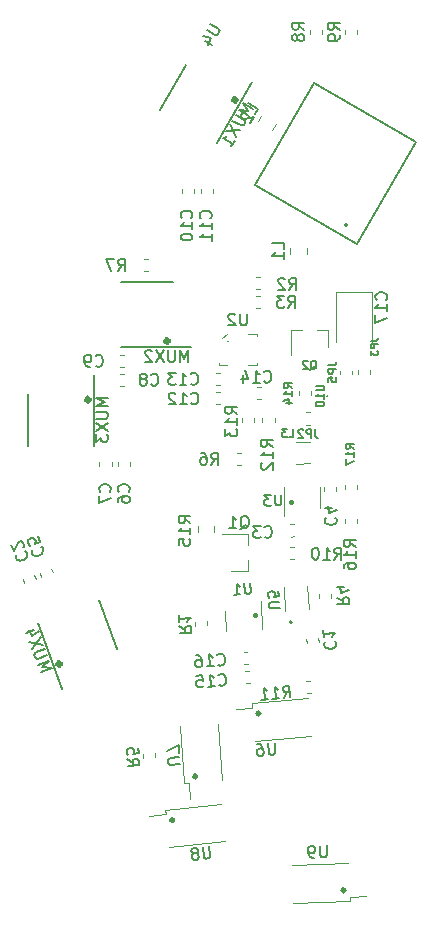
<source format=gbo>
G04 #@! TF.GenerationSoftware,KiCad,Pcbnew,(5.0.0)*
G04 #@! TF.CreationDate,2020-01-29T13:37:31+01:00*
G04 #@! TF.ProjectId,Insole_PCB,496E736F6C655F5043422E6B69636164,rev?*
G04 #@! TF.SameCoordinates,Original*
G04 #@! TF.FileFunction,Legend,Bot*
G04 #@! TF.FilePolarity,Positive*
%FSLAX46Y46*%
G04 Gerber Fmt 4.6, Leading zero omitted, Abs format (unit mm)*
G04 Created by KiCad (PCBNEW (5.0.0)) date 01/29/20 13:37:31*
%MOMM*%
%LPD*%
G01*
G04 APERTURE LIST*
%ADD10C,0.120000*%
%ADD11C,0.400000*%
%ADD12C,0.200000*%
%ADD13C,0.100000*%
%ADD14C,0.150000*%
%ADD15C,0.300000*%
%ADD16C,0.130000*%
G04 APERTURE END LIST*
D10*
G04 #@! TO.C,R17*
X224609453Y-187283486D02*
X224609453Y-186957928D01*
X223589453Y-187283486D02*
X223589453Y-186957928D01*
G04 #@! TO.C,C3*
X219293306Y-190267944D02*
X218967798Y-190273626D01*
X219311108Y-191287788D02*
X218985600Y-191293470D01*
D11*
G04 #@! TO.C,U3*
X218986579Y-188407226D02*
G75*
G03X218986579Y-188407226I0J0D01*
G01*
D10*
X218404325Y-187137194D02*
X218446734Y-189566824D01*
X221504574Y-188843347D02*
X221473857Y-187083615D01*
D12*
G04 #@! TO.C,U2*
X213709453Y-174710707D02*
G75*
G03X213709453Y-174710707I0J0D01*
G01*
D13*
X216109453Y-174110707D02*
X216109453Y-174330707D01*
X215389453Y-174110707D02*
X216109453Y-174110707D01*
X216109453Y-176810707D02*
X215389453Y-176810707D01*
X216109453Y-176590707D02*
X216109453Y-176810707D01*
X212909453Y-176810707D02*
X212909453Y-176590707D01*
X212909453Y-176810707D02*
X213629453Y-176810707D01*
X213209453Y-174510707D02*
X213559453Y-174160707D01*
D10*
G04 #@! TO.C,C1*
X220319340Y-199973900D02*
X220342050Y-200298665D01*
X221336856Y-199902749D02*
X221359566Y-200227514D01*
G04 #@! TO.C,C2*
X196324536Y-194932175D02*
X196435883Y-195238099D01*
X197283023Y-194583315D02*
X197394370Y-194889239D01*
G04 #@! TO.C,C4*
X221808690Y-187094854D02*
X221814372Y-187420362D01*
X222828534Y-187077052D02*
X222834216Y-187402560D01*
G04 #@! TO.C,C5*
X197774536Y-194382175D02*
X197885883Y-194688099D01*
X198733023Y-194033315D02*
X198844370Y-194339239D01*
G04 #@! TO.C,C6*
X205419453Y-185310986D02*
X205419453Y-184985428D01*
X204399453Y-185310986D02*
X204399453Y-184985428D01*
G04 #@! TO.C,C7*
X203819453Y-185323486D02*
X203819453Y-184997928D01*
X202799453Y-185323486D02*
X202799453Y-184997928D01*
G04 #@! TO.C,C8*
X204859732Y-177550707D02*
X204534174Y-177550707D01*
X204859732Y-178570707D02*
X204534174Y-178570707D01*
G04 #@! TO.C,C9*
X204859732Y-175950707D02*
X204534174Y-175950707D01*
X204859732Y-176970707D02*
X204534174Y-176970707D01*
G04 #@! TO.C,C10*
X210794453Y-162185986D02*
X210794453Y-161860428D01*
X209774453Y-162185986D02*
X209774453Y-161860428D01*
G04 #@! TO.C,C11*
X212419453Y-162198486D02*
X212419453Y-161872928D01*
X211399453Y-162198486D02*
X211399453Y-161872928D01*
G04 #@! TO.C,C12*
X212659174Y-180070707D02*
X212984732Y-180070707D01*
X212659174Y-179050707D02*
X212984732Y-179050707D01*
G04 #@! TO.C,C13*
X212659174Y-178470707D02*
X212984732Y-178470707D01*
X212659174Y-177450707D02*
X212984732Y-177450707D01*
G04 #@! TO.C,C14*
X216472232Y-178650707D02*
X216146674Y-178650707D01*
X216472232Y-179670707D02*
X216146674Y-179670707D01*
G04 #@! TO.C,L1*
X220349453Y-167366959D02*
X220349453Y-166844455D01*
X218929453Y-167366959D02*
X218929453Y-166844455D01*
G04 #@! TO.C,L2*
X217443705Y-156851958D02*
X217704957Y-156399456D01*
X216213949Y-156141958D02*
X216475201Y-155689456D01*
D11*
G04 #@! TO.C,MUX1*
X214409425Y-154338464D02*
G75*
G03X214409425Y-154338464I-158114J0D01*
G01*
D14*
X215721824Y-152791461D02*
X212734324Y-157965963D01*
X210149534Y-151392951D02*
X207949534Y-155203463D01*
D11*
G04 #@! TO.C,MUX2*
X208667567Y-174760707D02*
G75*
G03X208667567Y-174760707I-158114J0D01*
G01*
D14*
X210584453Y-175260707D02*
X204609453Y-175260707D01*
X209009453Y-169735707D02*
X204609453Y-169735707D01*
D11*
G04 #@! TO.C,MUX3*
X201967567Y-179710707D02*
G75*
G03X201967567Y-179710707I-158114J0D01*
G01*
D14*
X202309453Y-177635707D02*
X202309453Y-183610707D01*
X196784453Y-179210707D02*
X196784453Y-183610707D01*
D11*
G04 #@! TO.C,MUX4*
X199537708Y-202094831D02*
G75*
G03X199537708Y-202094831I-158114J0D01*
G01*
D14*
X199619440Y-204215703D02*
X197575869Y-198601040D01*
X204272560Y-200846026D02*
X202767671Y-196711378D01*
D10*
G04 #@! TO.C,Q2*
X222189453Y-173800707D02*
X222189453Y-175260707D01*
X219029453Y-173800707D02*
X219029453Y-175960707D01*
X219029453Y-173800707D02*
X219959453Y-173800707D01*
X222189453Y-173800707D02*
X221259453Y-173800707D01*
G04 #@! TO.C,R1*
X211946058Y-198780151D02*
X211929020Y-198455039D01*
X210927456Y-198833533D02*
X210910418Y-198508421D01*
G04 #@! TO.C,R2*
X216384732Y-169350707D02*
X216059174Y-169350707D01*
X216384732Y-170370707D02*
X216059174Y-170370707D01*
G04 #@! TO.C,R3*
X216372232Y-170950707D02*
X216046674Y-170950707D01*
X216372232Y-171970707D02*
X216046674Y-171970707D01*
G04 #@! TO.C,R4*
X221404083Y-196185826D02*
X221415445Y-196511186D01*
X222423461Y-196150228D02*
X222434823Y-196475588D01*
G04 #@! TO.C,R5*
X207529566Y-209987514D02*
X207506856Y-209662749D01*
X206512050Y-210058665D02*
X206489340Y-209733900D01*
G04 #@! TO.C,R6*
X214784732Y-184250707D02*
X214459174Y-184250707D01*
X214784732Y-185270707D02*
X214459174Y-185270707D01*
G04 #@! TO.C,R7*
X206872232Y-167800707D02*
X206546674Y-167800707D01*
X206872232Y-168820707D02*
X206546674Y-168820707D01*
G04 #@! TO.C,R8*
X221619453Y-148710986D02*
X221619453Y-148385428D01*
X220599453Y-148710986D02*
X220599453Y-148385428D01*
G04 #@! TO.C,R9*
X224619453Y-148723486D02*
X224619453Y-148397928D01*
X223599453Y-148723486D02*
X223599453Y-148397928D01*
G04 #@! TO.C,R10*
X219237732Y-192192707D02*
X218912174Y-192192707D01*
X219237732Y-193212707D02*
X218912174Y-193212707D01*
G04 #@! TO.C,R11*
X220407240Y-204582953D02*
X220731559Y-204554579D01*
X220318341Y-203566835D02*
X220642660Y-203538461D01*
G04 #@! TO.C,R12*
X217619453Y-181610986D02*
X217619453Y-181285428D01*
X216599453Y-181610986D02*
X216599453Y-181285428D01*
G04 #@! TO.C,R13*
X214899453Y-181297928D02*
X214899453Y-181623486D01*
X215919453Y-181297928D02*
X215919453Y-181623486D01*
G04 #@! TO.C,R14*
X220719453Y-179335986D02*
X220719453Y-179010428D01*
X219699453Y-179335986D02*
X219699453Y-179010428D01*
D11*
G04 #@! TO.C,U1*
X215937217Y-197911536D02*
G75*
G03X215937217Y-197911536I0J0D01*
G01*
D10*
X216563439Y-199160474D02*
X216436263Y-196733804D01*
X213405535Y-197563557D02*
X213497647Y-199321145D01*
D15*
G04 #@! TO.C,U4*
X223682977Y-164888014D02*
G75*
G03X223682977Y-164888014I0J0D01*
G01*
D14*
X215976665Y-161535738D02*
X224636919Y-166535738D01*
X220976665Y-152875484D02*
X215976665Y-161535738D01*
X229636919Y-157875484D02*
X220976665Y-152875484D01*
X224636919Y-166535738D02*
X229636919Y-157875484D01*
D12*
G04 #@! TO.C,U5*
X218900672Y-198554665D02*
G75*
G03X219100184Y-198540713I99756J6976D01*
G01*
X219100185Y-198540713D02*
G75*
G03X218900671Y-198554665I-99757J-6976D01*
G01*
X219100184Y-198540713D02*
X219100184Y-198540713D01*
X218900671Y-198554665D02*
X218900671Y-198554665D01*
D13*
X220387261Y-195443386D02*
X220526774Y-197438515D01*
X218392132Y-195582899D02*
X218531645Y-197578028D01*
D11*
G04 #@! TO.C,U6*
X216330742Y-206278776D02*
G75*
G03X216330742Y-206278776I-70710J0D01*
G01*
D10*
X215958906Y-208573754D02*
X220740641Y-208155407D01*
X215680008Y-205385931D02*
X220461743Y-204967584D01*
X215714870Y-205784409D02*
X214320198Y-205906427D01*
X215680008Y-205385931D02*
X215714870Y-205784409D01*
D11*
G04 #@! TO.C,U7*
X210964284Y-211601420D02*
G75*
G03X210964284Y-211601420I-70710J0D01*
G01*
D10*
X213182947Y-211942553D02*
X212848116Y-207154245D01*
X209990742Y-212165774D02*
X209655911Y-207377466D01*
X210389767Y-212137871D02*
X210487426Y-213534461D01*
X209990742Y-212165774D02*
X210389767Y-212137871D01*
D11*
G04 #@! TO.C,U8*
X209022628Y-215312872D02*
G75*
G03X209022628Y-215312872I-70710J0D01*
G01*
D10*
X208690891Y-217612756D02*
X213464596Y-217111019D01*
X208356400Y-214430285D02*
X213130105Y-213928549D01*
X208398212Y-214828094D02*
X207005881Y-214974434D01*
X208356400Y-214430285D02*
X208398212Y-214828094D01*
D11*
G04 #@! TO.C,U9*
X223531691Y-221254002D02*
G75*
G03X223531691Y-221254002I-70711J0D01*
G01*
D10*
X223881803Y-218977929D02*
X219084727Y-219145447D01*
X223993481Y-222175980D02*
X219196405Y-222343497D01*
X223979521Y-221776223D02*
X225378669Y-221727364D01*
X223993481Y-222175980D02*
X223979521Y-221776223D01*
G04 #@! TO.C,C15*
X215450678Y-202645527D02*
X215125913Y-202668237D01*
X215521829Y-203663043D02*
X215197064Y-203685753D01*
G04 #@! TO.C,C16*
X215331259Y-201075593D02*
X215006494Y-201098303D01*
X215402410Y-202093109D02*
X215077645Y-202115819D01*
G04 #@! TO.C,C17*
X222849453Y-170590707D02*
X222849453Y-174800707D01*
X225869453Y-170590707D02*
X222849453Y-170590707D01*
X225869453Y-174800707D02*
X225869453Y-170590707D01*
G04 #@! TO.C,Q1*
X215369453Y-194200707D02*
X215369453Y-193270707D01*
X215369453Y-191040707D02*
X215369453Y-191970707D01*
X215369453Y-191040707D02*
X213209453Y-191040707D01*
X215369453Y-194200707D02*
X213909453Y-194200707D01*
G04 #@! TO.C,R15*
X211109453Y-190424629D02*
X211109453Y-190941785D01*
X212529453Y-190424629D02*
X212529453Y-190941785D01*
G04 #@! TO.C,L3*
X219417599Y-183301353D02*
X220621544Y-183280338D01*
X219449362Y-185121076D02*
X220653307Y-185100061D01*
G04 #@! TO.C,JP2*
X220276674Y-180790707D02*
X220602232Y-180790707D01*
X220276674Y-181810707D02*
X220602232Y-181810707D01*
G04 #@! TO.C,JP5*
X224199453Y-177573486D02*
X224199453Y-177247928D01*
X223179453Y-177573486D02*
X223179453Y-177247928D01*
G04 #@! TO.C,R16*
X224599453Y-189817928D02*
X224599453Y-190143486D01*
X223579453Y-189817928D02*
X223579453Y-190143486D01*
D12*
G04 #@! TO.C,U10*
X222075453Y-179388707D02*
G75*
G03X222075453Y-179388707I-25000J0D01*
G01*
D10*
G04 #@! TO.C,JP3*
X224669453Y-177553486D02*
X224669453Y-177227928D01*
X225689453Y-177553486D02*
X225689453Y-177227928D01*
G04 #@! TO.C,R17*
D14*
X224336119Y-183860707D02*
X224002786Y-183627373D01*
X224336119Y-183460707D02*
X223636119Y-183460707D01*
X223636119Y-183727373D01*
X223669453Y-183794040D01*
X223702786Y-183827373D01*
X223769453Y-183860707D01*
X223869453Y-183860707D01*
X223936119Y-183827373D01*
X223969453Y-183794040D01*
X224002786Y-183727373D01*
X224002786Y-183460707D01*
X224336119Y-184527373D02*
X224336119Y-184127373D01*
X224336119Y-184327373D02*
X223636119Y-184327373D01*
X223736119Y-184260707D01*
X223802786Y-184194040D01*
X223836119Y-184127373D01*
X223636119Y-184760707D02*
X223636119Y-185227373D01*
X224336119Y-184927373D01*
G04 #@! TO.C,C3*
X216784788Y-191306781D02*
X216833231Y-191353562D01*
X216976897Y-191398681D01*
X217072121Y-191397018D01*
X217214125Y-191346913D01*
X217307686Y-191250028D01*
X217353636Y-191153973D01*
X217397924Y-190962695D01*
X217395430Y-190819859D01*
X217344494Y-190630243D01*
X217295220Y-190535851D01*
X217198335Y-190442289D01*
X217054668Y-190397171D01*
X216959445Y-190398833D01*
X216817440Y-190448938D01*
X216770660Y-190497381D01*
X216435715Y-190407975D02*
X215816762Y-190418778D01*
X216156693Y-190793855D01*
X216013857Y-190796349D01*
X215919465Y-190845622D01*
X215872684Y-190894065D01*
X215826734Y-190990120D01*
X215830890Y-191228179D01*
X215880164Y-191322572D01*
X215928607Y-191369352D01*
X216024661Y-191415302D01*
X216310332Y-191410315D01*
X216404724Y-191361042D01*
X216451505Y-191312599D01*
G04 #@! TO.C,U3*
X218172461Y-187759957D02*
X218185176Y-188488418D01*
X218143821Y-188574867D01*
X218101719Y-188618465D01*
X218016766Y-188662812D01*
X217845363Y-188665804D01*
X217758914Y-188624449D01*
X217715315Y-188582346D01*
X217670969Y-188497393D01*
X217658253Y-187768933D01*
X217315448Y-187774916D02*
X216758390Y-187784640D01*
X217064328Y-188122209D01*
X216935777Y-188124453D01*
X216850823Y-188168799D01*
X216808721Y-188212398D01*
X216767366Y-188298847D01*
X216771106Y-188513100D01*
X216815452Y-188598053D01*
X216859051Y-188640156D01*
X216945500Y-188681511D01*
X217202604Y-188677023D01*
X217287557Y-188632677D01*
X217329660Y-188589078D01*
G04 #@! TO.C,U2*
X215271357Y-172413087D02*
X215271357Y-173222611D01*
X215223738Y-173317849D01*
X215176119Y-173365468D01*
X215080881Y-173413087D01*
X214890405Y-173413087D01*
X214795167Y-173365468D01*
X214747548Y-173317849D01*
X214699929Y-173222611D01*
X214699929Y-172413087D01*
X214271357Y-172508326D02*
X214223738Y-172460707D01*
X214128500Y-172413087D01*
X213890405Y-172413087D01*
X213795167Y-172460707D01*
X213747548Y-172508326D01*
X213699929Y-172603564D01*
X213699929Y-172698802D01*
X213747548Y-172841659D01*
X214318976Y-173413087D01*
X213699929Y-173413087D01*
G04 #@! TO.C,C1*
X221921323Y-200192128D02*
X221877141Y-200242953D01*
X221839604Y-200388784D01*
X221846247Y-200483790D01*
X221903715Y-200622977D01*
X222005365Y-200711340D01*
X222103693Y-200752200D01*
X222297027Y-200786416D01*
X222439536Y-200776450D01*
X222626226Y-200715660D01*
X222717911Y-200661514D01*
X222806273Y-200559864D01*
X222843811Y-200414034D01*
X222837168Y-200319027D01*
X222779699Y-200179840D01*
X222728875Y-200135659D01*
X221759882Y-199248711D02*
X221799743Y-199818747D01*
X221779812Y-199533729D02*
X222777376Y-199463973D01*
X222641511Y-199568944D01*
X222553148Y-199670593D01*
X222512288Y-199768921D01*
G04 #@! TO.C,C2*
X195730851Y-192839472D02*
X195702391Y-192900506D01*
X195706504Y-193051034D01*
X195739077Y-193140529D01*
X195832684Y-193258484D01*
X195954752Y-193315405D01*
X196060533Y-193327579D01*
X196255809Y-193307180D01*
X196390051Y-193258320D01*
X196552753Y-193148426D01*
X196625961Y-193071105D01*
X196682882Y-192949037D01*
X196678769Y-192798509D01*
X196646196Y-192709014D01*
X196552589Y-192591059D01*
X196491555Y-192562599D01*
X196361262Y-192204620D02*
X196389722Y-192143586D01*
X196401896Y-192037805D01*
X196320463Y-191814069D01*
X196243142Y-191740861D01*
X196182108Y-191712400D01*
X196076327Y-191700227D01*
X195986832Y-191732800D01*
X195868877Y-191826407D01*
X195527350Y-192558814D01*
X195315623Y-191977100D01*
G04 #@! TO.C,C4*
X221967273Y-189707581D02*
X221920492Y-189756024D01*
X221875373Y-189899690D01*
X221877036Y-189994914D01*
X221927141Y-190136918D01*
X222024026Y-190230479D01*
X222120081Y-190276429D01*
X222311359Y-190320717D01*
X222454195Y-190318223D01*
X222643811Y-190267287D01*
X222738203Y-190218013D01*
X222831765Y-190121128D01*
X222876883Y-189977461D01*
X222875221Y-189882238D01*
X222825116Y-189740233D01*
X222776673Y-189693453D01*
X222523655Y-188840596D02*
X221857090Y-188852231D01*
X222908705Y-189072006D02*
X222198683Y-189322531D01*
X222187879Y-188703578D01*
G04 #@! TO.C,C5*
X197080851Y-192439472D02*
X197052391Y-192500506D01*
X197056504Y-192651034D01*
X197089077Y-192740529D01*
X197182684Y-192858484D01*
X197304752Y-192915405D01*
X197410533Y-192927579D01*
X197605809Y-192907180D01*
X197740051Y-192858320D01*
X197902753Y-192748426D01*
X197975961Y-192671105D01*
X198032882Y-192549037D01*
X198028769Y-192398509D01*
X197996196Y-192309014D01*
X197902589Y-192191059D01*
X197841555Y-192162599D01*
X197621603Y-191279827D02*
X197784469Y-191727300D01*
X197353283Y-191934914D01*
X197381744Y-191873880D01*
X197393918Y-191768099D01*
X197312485Y-191544362D01*
X197235164Y-191471154D01*
X197174130Y-191442694D01*
X197068349Y-191430520D01*
X196844612Y-191511953D01*
X196771405Y-191589274D01*
X196742944Y-191650308D01*
X196730770Y-191756089D01*
X196812203Y-191979825D01*
X196889524Y-192053033D01*
X196950558Y-192081494D01*
G04 #@! TO.C,C6*
X205266595Y-187494040D02*
X205314214Y-187446421D01*
X205361833Y-187303564D01*
X205361833Y-187208326D01*
X205314214Y-187065468D01*
X205218976Y-186970230D01*
X205123738Y-186922611D01*
X204933262Y-186874992D01*
X204790405Y-186874992D01*
X204599929Y-186922611D01*
X204504691Y-186970230D01*
X204409453Y-187065468D01*
X204361833Y-187208326D01*
X204361833Y-187303564D01*
X204409453Y-187446421D01*
X204457072Y-187494040D01*
X204361833Y-188351183D02*
X204361833Y-188160707D01*
X204409453Y-188065468D01*
X204457072Y-188017849D01*
X204599929Y-187922611D01*
X204790405Y-187874992D01*
X205171357Y-187874992D01*
X205266595Y-187922611D01*
X205314214Y-187970230D01*
X205361833Y-188065468D01*
X205361833Y-188255945D01*
X205314214Y-188351183D01*
X205266595Y-188398802D01*
X205171357Y-188446421D01*
X204933262Y-188446421D01*
X204838024Y-188398802D01*
X204790405Y-188351183D01*
X204742786Y-188255945D01*
X204742786Y-188065468D01*
X204790405Y-187970230D01*
X204838024Y-187922611D01*
X204933262Y-187874992D01*
G04 #@! TO.C,C7*
X203666595Y-187494040D02*
X203714214Y-187446421D01*
X203761833Y-187303564D01*
X203761833Y-187208326D01*
X203714214Y-187065468D01*
X203618976Y-186970230D01*
X203523738Y-186922611D01*
X203333262Y-186874992D01*
X203190405Y-186874992D01*
X202999929Y-186922611D01*
X202904691Y-186970230D01*
X202809453Y-187065468D01*
X202761833Y-187208326D01*
X202761833Y-187303564D01*
X202809453Y-187446421D01*
X202857072Y-187494040D01*
X202761833Y-187827373D02*
X202761833Y-188494040D01*
X203761833Y-188065468D01*
G04 #@! TO.C,C8*
X207176119Y-178417849D02*
X207223738Y-178465468D01*
X207366595Y-178513087D01*
X207461833Y-178513087D01*
X207604691Y-178465468D01*
X207699929Y-178370230D01*
X207747548Y-178274992D01*
X207795167Y-178084516D01*
X207795167Y-177941659D01*
X207747548Y-177751183D01*
X207699929Y-177655945D01*
X207604691Y-177560707D01*
X207461833Y-177513087D01*
X207366595Y-177513087D01*
X207223738Y-177560707D01*
X207176119Y-177608326D01*
X206604691Y-177941659D02*
X206699929Y-177894040D01*
X206747548Y-177846421D01*
X206795167Y-177751183D01*
X206795167Y-177703564D01*
X206747548Y-177608326D01*
X206699929Y-177560707D01*
X206604691Y-177513087D01*
X206414214Y-177513087D01*
X206318976Y-177560707D01*
X206271357Y-177608326D01*
X206223738Y-177703564D01*
X206223738Y-177751183D01*
X206271357Y-177846421D01*
X206318976Y-177894040D01*
X206414214Y-177941659D01*
X206604691Y-177941659D01*
X206699929Y-177989278D01*
X206747548Y-178036897D01*
X206795167Y-178132135D01*
X206795167Y-178322611D01*
X206747548Y-178417849D01*
X206699929Y-178465468D01*
X206604691Y-178513087D01*
X206414214Y-178513087D01*
X206318976Y-178465468D01*
X206271357Y-178417849D01*
X206223738Y-178322611D01*
X206223738Y-178132135D01*
X206271357Y-178036897D01*
X206318976Y-177989278D01*
X206414214Y-177941659D01*
G04 #@! TO.C,C9*
X202476119Y-176817849D02*
X202523738Y-176865468D01*
X202666595Y-176913087D01*
X202761833Y-176913087D01*
X202904691Y-176865468D01*
X202999929Y-176770230D01*
X203047548Y-176674992D01*
X203095167Y-176484516D01*
X203095167Y-176341659D01*
X203047548Y-176151183D01*
X202999929Y-176055945D01*
X202904691Y-175960707D01*
X202761833Y-175913087D01*
X202666595Y-175913087D01*
X202523738Y-175960707D01*
X202476119Y-176008326D01*
X201999929Y-176913087D02*
X201809453Y-176913087D01*
X201714214Y-176865468D01*
X201666595Y-176817849D01*
X201571357Y-176674992D01*
X201523738Y-176484516D01*
X201523738Y-176103564D01*
X201571357Y-176008326D01*
X201618976Y-175960707D01*
X201714214Y-175913087D01*
X201904691Y-175913087D01*
X201999929Y-175960707D01*
X202047548Y-176008326D01*
X202095167Y-176103564D01*
X202095167Y-176341659D01*
X202047548Y-176436897D01*
X201999929Y-176484516D01*
X201904691Y-176532135D01*
X201714214Y-176532135D01*
X201618976Y-176484516D01*
X201571357Y-176436897D01*
X201523738Y-176341659D01*
G04 #@! TO.C,C10*
X210566595Y-164317849D02*
X210614214Y-164270230D01*
X210661833Y-164127373D01*
X210661833Y-164032135D01*
X210614214Y-163889278D01*
X210518976Y-163794040D01*
X210423738Y-163746421D01*
X210233262Y-163698802D01*
X210090405Y-163698802D01*
X209899929Y-163746421D01*
X209804691Y-163794040D01*
X209709453Y-163889278D01*
X209661833Y-164032135D01*
X209661833Y-164127373D01*
X209709453Y-164270230D01*
X209757072Y-164317849D01*
X210661833Y-165270230D02*
X210661833Y-164698802D01*
X210661833Y-164984516D02*
X209661833Y-164984516D01*
X209804691Y-164889278D01*
X209899929Y-164794040D01*
X209947548Y-164698802D01*
X209661833Y-165889278D02*
X209661833Y-165984516D01*
X209709453Y-166079754D01*
X209757072Y-166127373D01*
X209852310Y-166174992D01*
X210042786Y-166222611D01*
X210280881Y-166222611D01*
X210471357Y-166174992D01*
X210566595Y-166127373D01*
X210614214Y-166079754D01*
X210661833Y-165984516D01*
X210661833Y-165889278D01*
X210614214Y-165794040D01*
X210566595Y-165746421D01*
X210471357Y-165698802D01*
X210280881Y-165651183D01*
X210042786Y-165651183D01*
X209852310Y-165698802D01*
X209757072Y-165746421D01*
X209709453Y-165794040D01*
X209661833Y-165889278D01*
G04 #@! TO.C,C11*
X212191595Y-164342849D02*
X212239214Y-164295230D01*
X212286833Y-164152373D01*
X212286833Y-164057135D01*
X212239214Y-163914278D01*
X212143976Y-163819040D01*
X212048738Y-163771421D01*
X211858262Y-163723802D01*
X211715405Y-163723802D01*
X211524929Y-163771421D01*
X211429691Y-163819040D01*
X211334453Y-163914278D01*
X211286833Y-164057135D01*
X211286833Y-164152373D01*
X211334453Y-164295230D01*
X211382072Y-164342849D01*
X212286833Y-165295230D02*
X212286833Y-164723802D01*
X212286833Y-165009516D02*
X211286833Y-165009516D01*
X211429691Y-164914278D01*
X211524929Y-164819040D01*
X211572548Y-164723802D01*
X212286833Y-166247611D02*
X212286833Y-165676183D01*
X212286833Y-165961897D02*
X211286833Y-165961897D01*
X211429691Y-165866659D01*
X211524929Y-165771421D01*
X211572548Y-165676183D01*
G04 #@! TO.C,C12*
X210552310Y-180017849D02*
X210599929Y-180065468D01*
X210742786Y-180113087D01*
X210838024Y-180113087D01*
X210980881Y-180065468D01*
X211076119Y-179970230D01*
X211123738Y-179874992D01*
X211171357Y-179684516D01*
X211171357Y-179541659D01*
X211123738Y-179351183D01*
X211076119Y-179255945D01*
X210980881Y-179160707D01*
X210838024Y-179113087D01*
X210742786Y-179113087D01*
X210599929Y-179160707D01*
X210552310Y-179208326D01*
X209599929Y-180113087D02*
X210171357Y-180113087D01*
X209885643Y-180113087D02*
X209885643Y-179113087D01*
X209980881Y-179255945D01*
X210076119Y-179351183D01*
X210171357Y-179398802D01*
X209218976Y-179208326D02*
X209171357Y-179160707D01*
X209076119Y-179113087D01*
X208838024Y-179113087D01*
X208742786Y-179160707D01*
X208695167Y-179208326D01*
X208647548Y-179303564D01*
X208647548Y-179398802D01*
X208695167Y-179541659D01*
X209266595Y-180113087D01*
X208647548Y-180113087D01*
G04 #@! TO.C,C13*
X210542310Y-178347849D02*
X210589929Y-178395468D01*
X210732786Y-178443087D01*
X210828024Y-178443087D01*
X210970881Y-178395468D01*
X211066119Y-178300230D01*
X211113738Y-178204992D01*
X211161357Y-178014516D01*
X211161357Y-177871659D01*
X211113738Y-177681183D01*
X211066119Y-177585945D01*
X210970881Y-177490707D01*
X210828024Y-177443087D01*
X210732786Y-177443087D01*
X210589929Y-177490707D01*
X210542310Y-177538326D01*
X209589929Y-178443087D02*
X210161357Y-178443087D01*
X209875643Y-178443087D02*
X209875643Y-177443087D01*
X209970881Y-177585945D01*
X210066119Y-177681183D01*
X210161357Y-177728802D01*
X209256595Y-177443087D02*
X208637548Y-177443087D01*
X208970881Y-177824040D01*
X208828024Y-177824040D01*
X208732786Y-177871659D01*
X208685167Y-177919278D01*
X208637548Y-178014516D01*
X208637548Y-178252611D01*
X208685167Y-178347849D01*
X208732786Y-178395468D01*
X208828024Y-178443087D01*
X209113738Y-178443087D01*
X209208976Y-178395468D01*
X209256595Y-178347849D01*
G04 #@! TO.C,C14*
X216732310Y-178167849D02*
X216779929Y-178215468D01*
X216922786Y-178263087D01*
X217018024Y-178263087D01*
X217160881Y-178215468D01*
X217256119Y-178120230D01*
X217303738Y-178024992D01*
X217351357Y-177834516D01*
X217351357Y-177691659D01*
X217303738Y-177501183D01*
X217256119Y-177405945D01*
X217160881Y-177310707D01*
X217018024Y-177263087D01*
X216922786Y-177263087D01*
X216779929Y-177310707D01*
X216732310Y-177358326D01*
X215779929Y-178263087D02*
X216351357Y-178263087D01*
X216065643Y-178263087D02*
X216065643Y-177263087D01*
X216160881Y-177405945D01*
X216256119Y-177501183D01*
X216351357Y-177548802D01*
X214922786Y-177596421D02*
X214922786Y-178263087D01*
X215160881Y-177215468D02*
X215398976Y-177929754D01*
X214779929Y-177929754D01*
G04 #@! TO.C,L1*
X218441833Y-166939040D02*
X218441833Y-166462849D01*
X217441833Y-166462849D01*
X218441833Y-167796183D02*
X218441833Y-167224754D01*
X218441833Y-167510468D02*
X217441833Y-167510468D01*
X217584691Y-167415230D01*
X217679929Y-167319992D01*
X217727548Y-167224754D01*
G04 #@! TO.C,L2*
X216005617Y-155527559D02*
X216243712Y-155115166D01*
X215377687Y-154615166D01*
X215079213Y-155322614D02*
X215014164Y-155340044D01*
X214925306Y-155398713D01*
X214806258Y-155604910D01*
X214799879Y-155711198D01*
X214817309Y-155776247D01*
X214875978Y-155865105D01*
X214958456Y-155912724D01*
X215105984Y-155942913D01*
X215886570Y-155733756D01*
X215577046Y-156269867D01*
G04 #@! TO.C,MUX1*
X215780378Y-155094803D02*
X214914352Y-154594803D01*
X215366275Y-155240621D01*
X214581019Y-155172154D01*
X215447044Y-155672154D01*
X214342924Y-155584547D02*
X215043992Y-155989309D01*
X215102661Y-156078167D01*
X215120091Y-156143216D01*
X215113711Y-156249504D01*
X215018473Y-156414461D01*
X214929615Y-156473130D01*
X214864566Y-156490560D01*
X214758278Y-156484180D01*
X214057210Y-156079418D01*
X213866733Y-156409333D02*
X214399425Y-157486683D01*
X213533400Y-156986683D02*
X214732759Y-156909333D01*
X213947044Y-158270230D02*
X214232759Y-157775358D01*
X214089902Y-158022794D02*
X213223876Y-157522794D01*
X213395213Y-157511744D01*
X213525311Y-157476884D01*
X213614169Y-157418215D01*
G04 #@! TO.C,MUX2*
X210318976Y-176513087D02*
X210318976Y-175513087D01*
X209985643Y-176227373D01*
X209652310Y-175513087D01*
X209652310Y-176513087D01*
X209176119Y-175513087D02*
X209176119Y-176322611D01*
X209128500Y-176417849D01*
X209080881Y-176465468D01*
X208985643Y-176513087D01*
X208795167Y-176513087D01*
X208699929Y-176465468D01*
X208652310Y-176417849D01*
X208604691Y-176322611D01*
X208604691Y-175513087D01*
X208223738Y-175513087D02*
X207557072Y-176513087D01*
X207557072Y-175513087D02*
X208223738Y-176513087D01*
X207223738Y-175608326D02*
X207176119Y-175560707D01*
X207080881Y-175513087D01*
X206842786Y-175513087D01*
X206747548Y-175560707D01*
X206699929Y-175608326D01*
X206652310Y-175703564D01*
X206652310Y-175798802D01*
X206699929Y-175941659D01*
X207271357Y-176513087D01*
X206652310Y-176513087D01*
G04 #@! TO.C,MUX3*
X203511833Y-179601183D02*
X202511833Y-179601183D01*
X203226119Y-179934516D01*
X202511833Y-180267849D01*
X203511833Y-180267849D01*
X202511833Y-180744040D02*
X203321357Y-180744040D01*
X203416595Y-180791659D01*
X203464214Y-180839278D01*
X203511833Y-180934516D01*
X203511833Y-181124992D01*
X203464214Y-181220230D01*
X203416595Y-181267849D01*
X203321357Y-181315468D01*
X202511833Y-181315468D01*
X202511833Y-181696421D02*
X203511833Y-182363087D01*
X202511833Y-182363087D02*
X203511833Y-181696421D01*
X202511833Y-182648802D02*
X202511833Y-183267849D01*
X202892786Y-182934516D01*
X202892786Y-183077373D01*
X202940405Y-183172611D01*
X202988024Y-183220230D01*
X203083262Y-183267849D01*
X203321357Y-183267849D01*
X203416595Y-183220230D01*
X203464214Y-183172611D01*
X203511833Y-183077373D01*
X203511833Y-182791659D01*
X203464214Y-182696421D01*
X203416595Y-182648802D01*
G04 #@! TO.C,MUX4*
X197817338Y-202779998D02*
X198757031Y-202437978D01*
X197971815Y-202369047D01*
X198529017Y-201811516D01*
X197589325Y-202153536D01*
X198366151Y-201364044D02*
X197605447Y-201640917D01*
X197499666Y-201628743D01*
X197438632Y-201600282D01*
X197361311Y-201527075D01*
X197296164Y-201348086D01*
X197308338Y-201242304D01*
X197336799Y-201181270D01*
X197410007Y-201103950D01*
X198170710Y-200827076D01*
X198040417Y-200469098D02*
X196872711Y-200184657D01*
X197812404Y-199842636D02*
X197100724Y-200811118D01*
X197222299Y-199195940D02*
X196595838Y-199423953D01*
X197661711Y-199289383D02*
X197071935Y-199757419D01*
X196860208Y-199175704D01*
G04 #@! TO.C,Q2*
X220656119Y-177164040D02*
X220722786Y-177130707D01*
X220789453Y-177064040D01*
X220889453Y-176964040D01*
X220956119Y-176930707D01*
X221022786Y-176930707D01*
X220989453Y-177097373D02*
X221056119Y-177064040D01*
X221122786Y-176997373D01*
X221156119Y-176864040D01*
X221156119Y-176630707D01*
X221122786Y-176497373D01*
X221056119Y-176430707D01*
X220989453Y-176397373D01*
X220856119Y-176397373D01*
X220789453Y-176430707D01*
X220722786Y-176497373D01*
X220689453Y-176630707D01*
X220689453Y-176864040D01*
X220722786Y-176997373D01*
X220789453Y-177064040D01*
X220856119Y-177097373D01*
X220989453Y-177097373D01*
X220422786Y-176464040D02*
X220389453Y-176430707D01*
X220322786Y-176397373D01*
X220156119Y-176397373D01*
X220089453Y-176430707D01*
X220056119Y-176464040D01*
X220022786Y-176530707D01*
X220022786Y-176597373D01*
X220056119Y-176697373D01*
X220456119Y-177097373D01*
X220022786Y-177097373D01*
G04 #@! TO.C,R1*
X209557159Y-198909240D02*
X210050142Y-199217194D01*
X209587065Y-199479885D02*
X210585695Y-199427549D01*
X210565757Y-199047119D01*
X210513219Y-198954503D01*
X210463173Y-198909442D01*
X210365574Y-198866872D01*
X210222912Y-198874349D01*
X210130297Y-198926887D01*
X210085235Y-198976933D01*
X210042666Y-199074533D01*
X210062603Y-199454963D01*
X209507315Y-197958164D02*
X209537222Y-198528809D01*
X209522269Y-198243487D02*
X210520898Y-198191151D01*
X210383221Y-198293735D01*
X210293098Y-198393827D01*
X210250528Y-198491426D01*
G04 #@! TO.C,R2*
X218876119Y-170413087D02*
X219209453Y-169936897D01*
X219447548Y-170413087D02*
X219447548Y-169413087D01*
X219066595Y-169413087D01*
X218971357Y-169460707D01*
X218923738Y-169508326D01*
X218876119Y-169603564D01*
X218876119Y-169746421D01*
X218923738Y-169841659D01*
X218971357Y-169889278D01*
X219066595Y-169936897D01*
X219447548Y-169936897D01*
X218495167Y-169508326D02*
X218447548Y-169460707D01*
X218352310Y-169413087D01*
X218114214Y-169413087D01*
X218018976Y-169460707D01*
X217971357Y-169508326D01*
X217923738Y-169603564D01*
X217923738Y-169698802D01*
X217971357Y-169841659D01*
X218542786Y-170413087D01*
X217923738Y-170413087D01*
G04 #@! TO.C,R3*
X218776119Y-171913087D02*
X219109453Y-171436897D01*
X219347548Y-171913087D02*
X219347548Y-170913087D01*
X218966595Y-170913087D01*
X218871357Y-170960707D01*
X218823738Y-171008326D01*
X218776119Y-171103564D01*
X218776119Y-171246421D01*
X218823738Y-171341659D01*
X218871357Y-171389278D01*
X218966595Y-171436897D01*
X219347548Y-171436897D01*
X218442786Y-170913087D02*
X217823738Y-170913087D01*
X218157072Y-171294040D01*
X218014214Y-171294040D01*
X217918976Y-171341659D01*
X217871357Y-171389278D01*
X217823738Y-171484516D01*
X217823738Y-171722611D01*
X217871357Y-171817849D01*
X217918976Y-171865468D01*
X218014214Y-171913087D01*
X218299929Y-171913087D01*
X218395167Y-171865468D01*
X218442786Y-171817849D01*
G04 #@! TO.C,R4*
X222902293Y-196463154D02*
X223389826Y-196779665D01*
X222922235Y-197034234D02*
X223921626Y-196999334D01*
X223908331Y-196618614D01*
X223857417Y-196525096D01*
X223808165Y-196479168D01*
X223711323Y-196434902D01*
X223568553Y-196439887D01*
X223475035Y-196490801D01*
X223429107Y-196540053D01*
X223384841Y-196636895D01*
X223398136Y-197017615D01*
X223538639Y-195583266D02*
X222872379Y-195606533D01*
X223927669Y-195807922D02*
X223222128Y-196070800D01*
X223200523Y-195452130D01*
G04 #@! TO.C,R5*
X205143283Y-210158276D02*
X205641565Y-210457580D01*
X205183143Y-210728312D02*
X206180707Y-210658556D01*
X206154134Y-210278531D01*
X206099987Y-210186847D01*
X206049162Y-210142666D01*
X205950834Y-210101806D01*
X205808325Y-210111771D01*
X205716641Y-210165918D01*
X205672460Y-210216743D01*
X205631600Y-210315071D01*
X205658174Y-210695095D01*
X206077734Y-209185961D02*
X206110951Y-209660992D01*
X205639242Y-209741712D01*
X205683424Y-209690887D01*
X205724283Y-209592560D01*
X205707674Y-209355044D01*
X205653528Y-209263360D01*
X205602703Y-209219179D01*
X205504375Y-209178319D01*
X205266860Y-209194928D01*
X205175176Y-209249074D01*
X205130994Y-209299899D01*
X205090135Y-209398227D01*
X205106743Y-209635742D01*
X205160890Y-209727426D01*
X205211715Y-209771608D01*
G04 #@! TO.C,R6*
X212276119Y-185213087D02*
X212609453Y-184736897D01*
X212847548Y-185213087D02*
X212847548Y-184213087D01*
X212466595Y-184213087D01*
X212371357Y-184260707D01*
X212323738Y-184308326D01*
X212276119Y-184403564D01*
X212276119Y-184546421D01*
X212323738Y-184641659D01*
X212371357Y-184689278D01*
X212466595Y-184736897D01*
X212847548Y-184736897D01*
X211418976Y-184213087D02*
X211609453Y-184213087D01*
X211704691Y-184260707D01*
X211752310Y-184308326D01*
X211847548Y-184451183D01*
X211895167Y-184641659D01*
X211895167Y-185022611D01*
X211847548Y-185117849D01*
X211799929Y-185165468D01*
X211704691Y-185213087D01*
X211514214Y-185213087D01*
X211418976Y-185165468D01*
X211371357Y-185117849D01*
X211323738Y-185022611D01*
X211323738Y-184784516D01*
X211371357Y-184689278D01*
X211418976Y-184641659D01*
X211514214Y-184594040D01*
X211704691Y-184594040D01*
X211799929Y-184641659D01*
X211847548Y-184689278D01*
X211895167Y-184784516D01*
G04 #@! TO.C,R7*
X204376119Y-168813087D02*
X204709453Y-168336897D01*
X204947548Y-168813087D02*
X204947548Y-167813087D01*
X204566595Y-167813087D01*
X204471357Y-167860707D01*
X204423738Y-167908326D01*
X204376119Y-168003564D01*
X204376119Y-168146421D01*
X204423738Y-168241659D01*
X204471357Y-168289278D01*
X204566595Y-168336897D01*
X204947548Y-168336897D01*
X204042786Y-167813087D02*
X203376119Y-167813087D01*
X203804691Y-168813087D01*
G04 #@! TO.C,R8*
X220131833Y-148381540D02*
X219655643Y-148048207D01*
X220131833Y-147810111D02*
X219131833Y-147810111D01*
X219131833Y-148191064D01*
X219179453Y-148286302D01*
X219227072Y-148333921D01*
X219322310Y-148381540D01*
X219465167Y-148381540D01*
X219560405Y-148333921D01*
X219608024Y-148286302D01*
X219655643Y-148191064D01*
X219655643Y-147810111D01*
X219560405Y-148952968D02*
X219512786Y-148857730D01*
X219465167Y-148810111D01*
X219369929Y-148762492D01*
X219322310Y-148762492D01*
X219227072Y-148810111D01*
X219179453Y-148857730D01*
X219131833Y-148952968D01*
X219131833Y-149143445D01*
X219179453Y-149238683D01*
X219227072Y-149286302D01*
X219322310Y-149333921D01*
X219369929Y-149333921D01*
X219465167Y-149286302D01*
X219512786Y-149238683D01*
X219560405Y-149143445D01*
X219560405Y-148952968D01*
X219608024Y-148857730D01*
X219655643Y-148810111D01*
X219750881Y-148762492D01*
X219941357Y-148762492D01*
X220036595Y-148810111D01*
X220084214Y-148857730D01*
X220131833Y-148952968D01*
X220131833Y-149143445D01*
X220084214Y-149238683D01*
X220036595Y-149286302D01*
X219941357Y-149333921D01*
X219750881Y-149333921D01*
X219655643Y-149286302D01*
X219608024Y-149238683D01*
X219560405Y-149143445D01*
G04 #@! TO.C,R9*
X223131833Y-148394040D02*
X222655643Y-148060707D01*
X223131833Y-147822611D02*
X222131833Y-147822611D01*
X222131833Y-148203564D01*
X222179453Y-148298802D01*
X222227072Y-148346421D01*
X222322310Y-148394040D01*
X222465167Y-148394040D01*
X222560405Y-148346421D01*
X222608024Y-148298802D01*
X222655643Y-148203564D01*
X222655643Y-147822611D01*
X223131833Y-148870230D02*
X223131833Y-149060707D01*
X223084214Y-149155945D01*
X223036595Y-149203564D01*
X222893738Y-149298802D01*
X222703262Y-149346421D01*
X222322310Y-149346421D01*
X222227072Y-149298802D01*
X222179453Y-149251183D01*
X222131833Y-149155945D01*
X222131833Y-148965468D01*
X222179453Y-148870230D01*
X222227072Y-148822611D01*
X222322310Y-148774992D01*
X222560405Y-148774992D01*
X222655643Y-148822611D01*
X222703262Y-148870230D01*
X222750881Y-148965468D01*
X222750881Y-149155945D01*
X222703262Y-149251183D01*
X222655643Y-149298802D01*
X222560405Y-149346421D01*
G04 #@! TO.C,R10*
X222692310Y-193243087D02*
X223025643Y-192766897D01*
X223263738Y-193243087D02*
X223263738Y-192243087D01*
X222882786Y-192243087D01*
X222787548Y-192290707D01*
X222739929Y-192338326D01*
X222692310Y-192433564D01*
X222692310Y-192576421D01*
X222739929Y-192671659D01*
X222787548Y-192719278D01*
X222882786Y-192766897D01*
X223263738Y-192766897D01*
X221739929Y-193243087D02*
X222311357Y-193243087D01*
X222025643Y-193243087D02*
X222025643Y-192243087D01*
X222120881Y-192385945D01*
X222216119Y-192481183D01*
X222311357Y-192528802D01*
X221120881Y-192243087D02*
X221025643Y-192243087D01*
X220930405Y-192290707D01*
X220882786Y-192338326D01*
X220835167Y-192433564D01*
X220787548Y-192624040D01*
X220787548Y-192862135D01*
X220835167Y-193052611D01*
X220882786Y-193147849D01*
X220930405Y-193195468D01*
X221025643Y-193243087D01*
X221120881Y-193243087D01*
X221216119Y-193195468D01*
X221263738Y-193147849D01*
X221311357Y-193052611D01*
X221358976Y-192862135D01*
X221358976Y-192624040D01*
X221311357Y-192433564D01*
X221263738Y-192338326D01*
X221216119Y-192290707D01*
X221120881Y-192243087D01*
G04 #@! TO.C,R11*
X218389291Y-204955337D02*
X218679853Y-204451907D01*
X218958545Y-204905534D02*
X218871389Y-203909339D01*
X218491887Y-203942542D01*
X218401161Y-203998280D01*
X218357874Y-204049868D01*
X218318736Y-204148894D01*
X218331187Y-204291208D01*
X218386926Y-204381933D01*
X218438514Y-204425220D01*
X218537540Y-204464358D01*
X218917042Y-204431156D01*
X217440534Y-205038343D02*
X218009788Y-204988540D01*
X217725161Y-205013441D02*
X217638005Y-204017246D01*
X217745332Y-204151259D01*
X217848508Y-204237835D01*
X217947534Y-204276972D01*
X216491777Y-205121348D02*
X217061031Y-205071545D01*
X216776404Y-205096447D02*
X216689249Y-204100252D01*
X216796575Y-204234265D01*
X216899751Y-204320840D01*
X216998777Y-204359977D01*
G04 #@! TO.C,R12*
X217461833Y-183717849D02*
X216985643Y-183384516D01*
X217461833Y-183146421D02*
X216461833Y-183146421D01*
X216461833Y-183527373D01*
X216509453Y-183622611D01*
X216557072Y-183670230D01*
X216652310Y-183717849D01*
X216795167Y-183717849D01*
X216890405Y-183670230D01*
X216938024Y-183622611D01*
X216985643Y-183527373D01*
X216985643Y-183146421D01*
X217461833Y-184670230D02*
X217461833Y-184098802D01*
X217461833Y-184384516D02*
X216461833Y-184384516D01*
X216604691Y-184289278D01*
X216699929Y-184194040D01*
X216747548Y-184098802D01*
X216557072Y-185051183D02*
X216509453Y-185098802D01*
X216461833Y-185194040D01*
X216461833Y-185432135D01*
X216509453Y-185527373D01*
X216557072Y-185574992D01*
X216652310Y-185622611D01*
X216747548Y-185622611D01*
X216890405Y-185574992D01*
X217461833Y-185003564D01*
X217461833Y-185622611D01*
G04 #@! TO.C,R13*
X214461833Y-180917849D02*
X213985643Y-180584516D01*
X214461833Y-180346421D02*
X213461833Y-180346421D01*
X213461833Y-180727373D01*
X213509453Y-180822611D01*
X213557072Y-180870230D01*
X213652310Y-180917849D01*
X213795167Y-180917849D01*
X213890405Y-180870230D01*
X213938024Y-180822611D01*
X213985643Y-180727373D01*
X213985643Y-180346421D01*
X214461833Y-181870230D02*
X214461833Y-181298802D01*
X214461833Y-181584516D02*
X213461833Y-181584516D01*
X213604691Y-181489278D01*
X213699929Y-181394040D01*
X213747548Y-181298802D01*
X213461833Y-182203564D02*
X213461833Y-182822611D01*
X213842786Y-182489278D01*
X213842786Y-182632135D01*
X213890405Y-182727373D01*
X213938024Y-182774992D01*
X214033262Y-182822611D01*
X214271357Y-182822611D01*
X214366595Y-182774992D01*
X214414214Y-182727373D01*
X214461833Y-182632135D01*
X214461833Y-182346421D01*
X214414214Y-182251183D01*
X214366595Y-182203564D01*
G04 #@! TO.C,R14*
X219096119Y-178723207D02*
X218762786Y-178489873D01*
X219096119Y-178323207D02*
X218396119Y-178323207D01*
X218396119Y-178589873D01*
X218429453Y-178656540D01*
X218462786Y-178689873D01*
X218529453Y-178723207D01*
X218629453Y-178723207D01*
X218696119Y-178689873D01*
X218729453Y-178656540D01*
X218762786Y-178589873D01*
X218762786Y-178323207D01*
X219096119Y-179389873D02*
X219096119Y-178989873D01*
X219096119Y-179189873D02*
X218396119Y-179189873D01*
X218496119Y-179123207D01*
X218562786Y-179056540D01*
X218596119Y-178989873D01*
X218629453Y-179989873D02*
X219096119Y-179989873D01*
X218362786Y-179823207D02*
X218862786Y-179656540D01*
X218862786Y-180089873D01*
G04 #@! TO.C,U1*
X215568433Y-195232637D02*
X215606563Y-195960210D01*
X215568251Y-196048050D01*
X215527695Y-196093091D01*
X215444342Y-196140376D01*
X215273148Y-196149348D01*
X215185308Y-196111035D01*
X215140267Y-196070480D01*
X215092982Y-195987126D01*
X215054852Y-195259553D01*
X214203188Y-196205422D02*
X214716769Y-196178506D01*
X214459978Y-196191964D02*
X214412876Y-195293197D01*
X214505202Y-195417107D01*
X214595284Y-195498218D01*
X214683124Y-195536530D01*
G04 #@! TO.C,U4*
X212187823Y-147902966D02*
X212888891Y-148307728D01*
X212947560Y-148396586D01*
X212964990Y-148461635D01*
X212958610Y-148567923D01*
X212863372Y-148732881D01*
X212774514Y-148791550D01*
X212709465Y-148808979D01*
X212603177Y-148802600D01*
X211902109Y-148397838D01*
X211738403Y-149348051D02*
X212315753Y-149681385D01*
X211527536Y-148951379D02*
X212265173Y-149102325D01*
X211955649Y-149638436D01*
G04 #@! TO.C,U5*
X218048942Y-197310366D02*
X217322145Y-197361189D01*
X217233650Y-197324415D01*
X217187908Y-197284652D01*
X217139176Y-197202136D01*
X217127218Y-197031125D01*
X217163992Y-196942630D01*
X217203755Y-196896888D01*
X217286271Y-196848156D01*
X218013067Y-196797334D01*
X217953276Y-195942279D02*
X217983172Y-196369806D01*
X217558634Y-196442454D01*
X217598397Y-196396712D01*
X217635171Y-196308217D01*
X217620223Y-196094453D01*
X217571491Y-196011937D01*
X217525749Y-195972174D01*
X217437254Y-195935401D01*
X217223490Y-195950348D01*
X217140974Y-195999080D01*
X217101211Y-196044823D01*
X217064437Y-196133318D01*
X217079385Y-196347081D01*
X217128117Y-196429597D01*
X217173859Y-196469360D01*
G04 #@! TO.C,U6*
X217620730Y-208748767D02*
X217691284Y-209555210D01*
X217652147Y-209654236D01*
X217608860Y-209705824D01*
X217518134Y-209761563D01*
X217328383Y-209778164D01*
X217229357Y-209739027D01*
X217177769Y-209695739D01*
X217122030Y-209605014D01*
X217051476Y-208798570D01*
X216150157Y-208877425D02*
X216339908Y-208860824D01*
X216438934Y-208899962D01*
X216490522Y-208943249D01*
X216597849Y-209077262D01*
X216661888Y-209262863D01*
X216695090Y-209642366D01*
X216655952Y-209741392D01*
X216612665Y-209792980D01*
X216521940Y-209848718D01*
X216332188Y-209865320D01*
X216233162Y-209826182D01*
X216181574Y-209782895D01*
X216125836Y-209692169D01*
X216105084Y-209454980D01*
X216144222Y-209355954D01*
X216187509Y-209304366D01*
X216278235Y-209248628D01*
X216467986Y-209232027D01*
X216567012Y-209271164D01*
X216618600Y-209314451D01*
X216674338Y-209405177D01*
G04 #@! TO.C,U7*
X209614731Y-210549971D02*
X208807180Y-210606441D01*
X208708852Y-210565581D01*
X208658027Y-210521400D01*
X208603880Y-210429716D01*
X208590593Y-210239703D01*
X208631453Y-210141376D01*
X208675634Y-210090551D01*
X208767319Y-210036404D01*
X209574871Y-209979935D01*
X209548297Y-209599910D02*
X209501792Y-208934868D01*
X208534124Y-209432152D01*
G04 #@! TO.C,U8*
X212109942Y-217536447D02*
X212194560Y-218341536D01*
X212157157Y-218441230D01*
X212114776Y-218493565D01*
X212025037Y-218550879D01*
X211835605Y-218570789D01*
X211735911Y-218533386D01*
X211683575Y-218491005D01*
X211626262Y-218401266D01*
X211541643Y-217596177D01*
X210970785Y-218087109D02*
X211060524Y-218029796D01*
X211102904Y-217977460D01*
X211140308Y-217877766D01*
X211135330Y-217830408D01*
X211078017Y-217740669D01*
X211025681Y-217698288D01*
X210925987Y-217660885D01*
X210736554Y-217680795D01*
X210646815Y-217738109D01*
X210604435Y-217790444D01*
X210567032Y-217890138D01*
X210572009Y-217937497D01*
X210629323Y-218027235D01*
X210681658Y-218069616D01*
X210781352Y-218107019D01*
X210970785Y-218087109D01*
X211070479Y-218124512D01*
X211122815Y-218166893D01*
X211180128Y-218256632D01*
X211200038Y-218446064D01*
X211162635Y-218545758D01*
X211120254Y-218598094D01*
X211030516Y-218655407D01*
X210841083Y-218675317D01*
X210741389Y-218637914D01*
X210689053Y-218595534D01*
X210631740Y-218505795D01*
X210611830Y-218316362D01*
X210649233Y-218216668D01*
X210691613Y-218164332D01*
X210781352Y-218107019D01*
G04 #@! TO.C,U9*
X222031782Y-217446831D02*
X222060033Y-218255862D01*
X222015767Y-218352704D01*
X221969839Y-218401956D01*
X221876321Y-218452869D01*
X221685961Y-218459517D01*
X221589119Y-218415251D01*
X221539867Y-218369322D01*
X221488953Y-218275804D01*
X221460701Y-217466774D01*
X220972110Y-218484445D02*
X220781750Y-218491093D01*
X220684908Y-218446826D01*
X220635656Y-218400898D01*
X220535490Y-218261452D01*
X220481253Y-218072753D01*
X220467958Y-217692033D01*
X220512224Y-217595191D01*
X220558152Y-217545939D01*
X220651670Y-217495025D01*
X220842031Y-217488378D01*
X220938872Y-217532644D01*
X220988124Y-217578572D01*
X221039038Y-217672091D01*
X221047348Y-217910041D01*
X221003081Y-218006883D01*
X220957153Y-218056135D01*
X220863635Y-218107048D01*
X220673275Y-218113696D01*
X220576433Y-218069430D01*
X220527181Y-218023502D01*
X220476267Y-217929983D01*
G04 #@! TO.C,C15*
X212913428Y-203847589D02*
X212964252Y-203891770D01*
X213110083Y-203929308D01*
X213205089Y-203922665D01*
X213344277Y-203865196D01*
X213432640Y-203763547D01*
X213473499Y-203665219D01*
X213507715Y-203471885D01*
X213497750Y-203329376D01*
X213436960Y-203142685D01*
X213382813Y-203051001D01*
X213281164Y-202962638D01*
X213135333Y-202925101D01*
X213040327Y-202931744D01*
X212901139Y-202989212D01*
X212856958Y-203040037D01*
X211970010Y-204009030D02*
X212540047Y-203969169D01*
X212255028Y-203989099D02*
X212185272Y-202991535D01*
X212290243Y-203127401D01*
X212391893Y-203215764D01*
X212490221Y-203256623D01*
X210997696Y-203074579D02*
X211472726Y-203041361D01*
X211553447Y-203513070D01*
X211502622Y-203468889D01*
X211404294Y-203428029D01*
X211166779Y-203444638D01*
X211075094Y-203498784D01*
X211030913Y-203549609D01*
X210990054Y-203647937D01*
X211006662Y-203885452D01*
X211060809Y-203977137D01*
X211111634Y-204021318D01*
X211209961Y-204062178D01*
X211447477Y-204045569D01*
X211539161Y-203991422D01*
X211583342Y-203940598D01*
G04 #@! TO.C,C16*
X212834121Y-202134508D02*
X212884945Y-202178689D01*
X213030776Y-202216227D01*
X213125782Y-202209584D01*
X213264970Y-202152115D01*
X213353333Y-202050466D01*
X213394192Y-201952138D01*
X213428408Y-201758804D01*
X213418443Y-201616295D01*
X213357653Y-201429604D01*
X213303506Y-201337920D01*
X213201857Y-201249557D01*
X213056026Y-201212020D01*
X212961020Y-201218663D01*
X212821832Y-201276131D01*
X212777651Y-201326956D01*
X211890703Y-202295949D02*
X212460740Y-202256088D01*
X212175721Y-202276018D02*
X212105965Y-201278454D01*
X212210936Y-201414320D01*
X212312586Y-201502683D01*
X212410914Y-201543542D01*
X210965892Y-201358176D02*
X211155904Y-201344889D01*
X211254232Y-201385749D01*
X211305057Y-201429930D01*
X211410028Y-201565796D01*
X211470818Y-201752486D01*
X211497392Y-202132510D01*
X211456532Y-202230838D01*
X211412351Y-202281663D01*
X211320667Y-202335810D01*
X211130654Y-202349097D01*
X211032327Y-202308237D01*
X210981502Y-202264056D01*
X210927355Y-202172371D01*
X210910747Y-201934856D01*
X210951606Y-201836528D01*
X210995787Y-201785703D01*
X211087472Y-201731557D01*
X211277484Y-201718270D01*
X211375812Y-201759130D01*
X211426637Y-201803311D01*
X211480783Y-201894995D01*
G04 #@! TO.C,C17*
X227066595Y-171247849D02*
X227114214Y-171200230D01*
X227161833Y-171057373D01*
X227161833Y-170962135D01*
X227114214Y-170819278D01*
X227018976Y-170724040D01*
X226923738Y-170676421D01*
X226733262Y-170628802D01*
X226590405Y-170628802D01*
X226399929Y-170676421D01*
X226304691Y-170724040D01*
X226209453Y-170819278D01*
X226161833Y-170962135D01*
X226161833Y-171057373D01*
X226209453Y-171200230D01*
X226257072Y-171247849D01*
X227161833Y-172200230D02*
X227161833Y-171628802D01*
X227161833Y-171914516D02*
X226161833Y-171914516D01*
X226304691Y-171819278D01*
X226399929Y-171724040D01*
X226447548Y-171628802D01*
X226161833Y-172533564D02*
X226161833Y-173200230D01*
X227161833Y-172771659D01*
G04 #@! TO.C,Q1*
X214704691Y-190668326D02*
X214799929Y-190620707D01*
X214895167Y-190525468D01*
X215038024Y-190382611D01*
X215133262Y-190334992D01*
X215228500Y-190334992D01*
X215180881Y-190573087D02*
X215276119Y-190525468D01*
X215371357Y-190430230D01*
X215418976Y-190239754D01*
X215418976Y-189906421D01*
X215371357Y-189715945D01*
X215276119Y-189620707D01*
X215180881Y-189573087D01*
X214990405Y-189573087D01*
X214895167Y-189620707D01*
X214799929Y-189715945D01*
X214752310Y-189906421D01*
X214752310Y-190239754D01*
X214799929Y-190430230D01*
X214895167Y-190525468D01*
X214990405Y-190573087D01*
X215180881Y-190573087D01*
X213799929Y-190573087D02*
X214371357Y-190573087D01*
X214085643Y-190573087D02*
X214085643Y-189573087D01*
X214180881Y-189715945D01*
X214276119Y-189811183D01*
X214371357Y-189858802D01*
G04 #@! TO.C,R15*
X210501833Y-190157849D02*
X210025643Y-189824516D01*
X210501833Y-189586421D02*
X209501833Y-189586421D01*
X209501833Y-189967373D01*
X209549453Y-190062611D01*
X209597072Y-190110230D01*
X209692310Y-190157849D01*
X209835167Y-190157849D01*
X209930405Y-190110230D01*
X209978024Y-190062611D01*
X210025643Y-189967373D01*
X210025643Y-189586421D01*
X210501833Y-191110230D02*
X210501833Y-190538802D01*
X210501833Y-190824516D02*
X209501833Y-190824516D01*
X209644691Y-190729278D01*
X209739929Y-190634040D01*
X209787548Y-190538802D01*
X209501833Y-192014992D02*
X209501833Y-191538802D01*
X209978024Y-191491183D01*
X209930405Y-191538802D01*
X209882786Y-191634040D01*
X209882786Y-191872135D01*
X209930405Y-191967373D01*
X209978024Y-192014992D01*
X210073262Y-192062611D01*
X210311357Y-192062611D01*
X210406595Y-192014992D01*
X210454214Y-191967373D01*
X210501833Y-191872135D01*
X210501833Y-191634040D01*
X210454214Y-191538802D01*
X210406595Y-191491183D01*
G04 #@! TO.C,L3*
X218851628Y-182875289D02*
X219184911Y-182869471D01*
X219172694Y-182169578D01*
X218672770Y-182178304D02*
X218239503Y-182185867D01*
X218477454Y-182448421D01*
X218377470Y-182450166D01*
X218311395Y-182484658D01*
X218278648Y-182518568D01*
X218246484Y-182585806D01*
X218249392Y-182752447D01*
X218283884Y-182818522D01*
X218317794Y-182851269D01*
X218385032Y-182883433D01*
X218585002Y-182879943D01*
X218651077Y-182845451D01*
X218683823Y-182811541D01*
G04 #@! TO.C,JP2*
X221032786Y-182217373D02*
X221032786Y-182717373D01*
X221066119Y-182817373D01*
X221132786Y-182884040D01*
X221232786Y-182917373D01*
X221299453Y-182917373D01*
X220699453Y-182917373D02*
X220699453Y-182217373D01*
X220432786Y-182217373D01*
X220366119Y-182250707D01*
X220332786Y-182284040D01*
X220299453Y-182350707D01*
X220299453Y-182450707D01*
X220332786Y-182517373D01*
X220366119Y-182550707D01*
X220432786Y-182584040D01*
X220699453Y-182584040D01*
X220032786Y-182284040D02*
X219999453Y-182250707D01*
X219932786Y-182217373D01*
X219766119Y-182217373D01*
X219699453Y-182250707D01*
X219666119Y-182284040D01*
X219632786Y-182350707D01*
X219632786Y-182417373D01*
X219666119Y-182517373D01*
X220066119Y-182917373D01*
X219632786Y-182917373D01*
G04 #@! TO.C,JP5*
X222166119Y-176807373D02*
X222666119Y-176807373D01*
X222766119Y-176774040D01*
X222832786Y-176707373D01*
X222866119Y-176607373D01*
X222866119Y-176540707D01*
X222866119Y-177140707D02*
X222166119Y-177140707D01*
X222166119Y-177407373D01*
X222199453Y-177474040D01*
X222232786Y-177507373D01*
X222299453Y-177540707D01*
X222399453Y-177540707D01*
X222466119Y-177507373D01*
X222499453Y-177474040D01*
X222532786Y-177407373D01*
X222532786Y-177140707D01*
X222166119Y-178174040D02*
X222166119Y-177840707D01*
X222499453Y-177807373D01*
X222466119Y-177840707D01*
X222432786Y-177907373D01*
X222432786Y-178074040D01*
X222466119Y-178140707D01*
X222499453Y-178174040D01*
X222566119Y-178207373D01*
X222732786Y-178207373D01*
X222799453Y-178174040D01*
X222832786Y-178140707D01*
X222866119Y-178074040D01*
X222866119Y-177907373D01*
X222832786Y-177840707D01*
X222799453Y-177807373D01*
G04 #@! TO.C,R16*
X224481833Y-192177849D02*
X224005643Y-191844516D01*
X224481833Y-191606421D02*
X223481833Y-191606421D01*
X223481833Y-191987373D01*
X223529453Y-192082611D01*
X223577072Y-192130230D01*
X223672310Y-192177849D01*
X223815167Y-192177849D01*
X223910405Y-192130230D01*
X223958024Y-192082611D01*
X224005643Y-191987373D01*
X224005643Y-191606421D01*
X224481833Y-193130230D02*
X224481833Y-192558802D01*
X224481833Y-192844516D02*
X223481833Y-192844516D01*
X223624691Y-192749278D01*
X223719929Y-192654040D01*
X223767548Y-192558802D01*
X223481833Y-193987373D02*
X223481833Y-193796897D01*
X223529453Y-193701659D01*
X223577072Y-193654040D01*
X223719929Y-193558802D01*
X223910405Y-193511183D01*
X224291357Y-193511183D01*
X224386595Y-193558802D01*
X224434214Y-193606421D01*
X224481833Y-193701659D01*
X224481833Y-193892135D01*
X224434214Y-193987373D01*
X224386595Y-194034992D01*
X224291357Y-194082611D01*
X224053262Y-194082611D01*
X223958024Y-194034992D01*
X223910405Y-193987373D01*
X223862786Y-193892135D01*
X223862786Y-193701659D01*
X223910405Y-193606421D01*
X223958024Y-193558802D01*
X224053262Y-193511183D01*
G04 #@! TO.C,U10*
X221106119Y-178514040D02*
X221672786Y-178514040D01*
X221739453Y-178547373D01*
X221772786Y-178580707D01*
X221806119Y-178647373D01*
X221806119Y-178780707D01*
X221772786Y-178847373D01*
X221739453Y-178880707D01*
X221672786Y-178914040D01*
X221106119Y-178914040D01*
X221806119Y-179614040D02*
X221806119Y-179214040D01*
X221806119Y-179414040D02*
X221106119Y-179414040D01*
X221206119Y-179347373D01*
X221272786Y-179280707D01*
X221306119Y-179214040D01*
X221106119Y-180047373D02*
X221106119Y-180114040D01*
X221139453Y-180180707D01*
X221172786Y-180214040D01*
X221239453Y-180247373D01*
X221372786Y-180280707D01*
X221539453Y-180280707D01*
X221672786Y-180247373D01*
X221739453Y-180214040D01*
X221772786Y-180180707D01*
X221806119Y-180114040D01*
X221806119Y-180047373D01*
X221772786Y-179980707D01*
X221739453Y-179947373D01*
X221672786Y-179914040D01*
X221539453Y-179880707D01*
X221372786Y-179880707D01*
X221239453Y-179914040D01*
X221172786Y-179947373D01*
X221139453Y-179980707D01*
X221106119Y-180047373D01*
G04 #@! TO.C,JP3*
D16*
X225750881Y-174720707D02*
X226179453Y-174720707D01*
X226265167Y-174692135D01*
X226322310Y-174634992D01*
X226350881Y-174549278D01*
X226350881Y-174492135D01*
X226350881Y-175006421D02*
X225750881Y-175006421D01*
X225750881Y-175234992D01*
X225779453Y-175292135D01*
X225808024Y-175320707D01*
X225865167Y-175349278D01*
X225950881Y-175349278D01*
X226008024Y-175320707D01*
X226036595Y-175292135D01*
X226065167Y-175234992D01*
X226065167Y-175006421D01*
X225750881Y-175549278D02*
X225750881Y-175920707D01*
X225979453Y-175720707D01*
X225979453Y-175806421D01*
X226008024Y-175863564D01*
X226036595Y-175892135D01*
X226093738Y-175920707D01*
X226236595Y-175920707D01*
X226293738Y-175892135D01*
X226322310Y-175863564D01*
X226350881Y-175806421D01*
X226350881Y-175634992D01*
X226322310Y-175577849D01*
X226293738Y-175549278D01*
G04 #@! TD*
M02*

</source>
